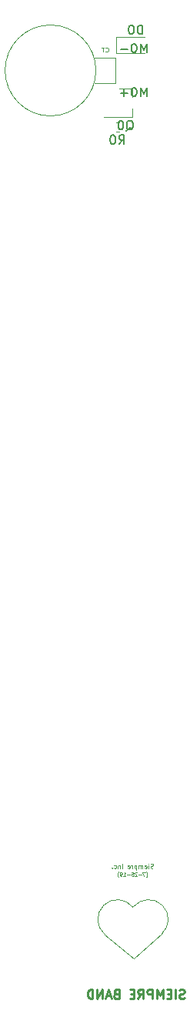
<source format=gbr>
G04 #@! TF.GenerationSoftware,KiCad,Pcbnew,(5.1.0)-1*
G04 #@! TF.CreationDate,2019-07-29T16:37:05-07:00*
G04 #@! TF.ProjectId,Watch V4,57617463-6820-4563-942e-6b696361645f,rev?*
G04 #@! TF.SameCoordinates,Original*
G04 #@! TF.FileFunction,Legend,Bot*
G04 #@! TF.FilePolarity,Positive*
%FSLAX46Y46*%
G04 Gerber Fmt 4.6, Leading zero omitted, Abs format (unit mm)*
G04 Created by KiCad (PCBNEW (5.1.0)-1) date 2019-07-29 16:37:05*
%MOMM*%
%LPD*%
G04 APERTURE LIST*
%ADD10C,0.120000*%
%ADD11C,0.100000*%
%ADD12C,0.125000*%
%ADD13C,0.250000*%
%ADD14C,0.150000*%
G04 APERTURE END LIST*
D10*
X153416000Y-157353000D02*
X150241000Y-154686000D01*
X156591000Y-154559000D02*
X153416000Y-157353000D01*
X156528411Y-154629266D02*
G75*
G03X153416001Y-151638001I-1461411J1594266D01*
G01*
X153338596Y-151698818D02*
G75*
G03X150241000Y-154686000I-1700596J-1336182D01*
G01*
D11*
X154793761Y-148415333D02*
X154812809Y-148396285D01*
X154850904Y-148339142D01*
X154869952Y-148301047D01*
X154889000Y-148243904D01*
X154908047Y-148148666D01*
X154908047Y-148072476D01*
X154889000Y-147977238D01*
X154869952Y-147920095D01*
X154850904Y-147882000D01*
X154812809Y-147824857D01*
X154793761Y-147805809D01*
X154679476Y-147862952D02*
X154412809Y-147862952D01*
X154584238Y-148262952D01*
X154260428Y-148110571D02*
X153955666Y-148110571D01*
X153784238Y-147901047D02*
X153765190Y-147882000D01*
X153727095Y-147862952D01*
X153631857Y-147862952D01*
X153593761Y-147882000D01*
X153574714Y-147901047D01*
X153555666Y-147939142D01*
X153555666Y-147977238D01*
X153574714Y-148034380D01*
X153803285Y-148262952D01*
X153555666Y-148262952D01*
X153193761Y-147862952D02*
X153384238Y-147862952D01*
X153403285Y-148053428D01*
X153384238Y-148034380D01*
X153346142Y-148015333D01*
X153250904Y-148015333D01*
X153212809Y-148034380D01*
X153193761Y-148053428D01*
X153174714Y-148091523D01*
X153174714Y-148186761D01*
X153193761Y-148224857D01*
X153212809Y-148243904D01*
X153250904Y-148262952D01*
X153346142Y-148262952D01*
X153384238Y-148243904D01*
X153403285Y-148224857D01*
X153003285Y-148110571D02*
X152698523Y-148110571D01*
X152298523Y-148262952D02*
X152527095Y-148262952D01*
X152412809Y-148262952D02*
X152412809Y-147862952D01*
X152450904Y-147920095D01*
X152489000Y-147958190D01*
X152527095Y-147977238D01*
X152108047Y-148262952D02*
X152031857Y-148262952D01*
X151993761Y-148243904D01*
X151974714Y-148224857D01*
X151936619Y-148167714D01*
X151917571Y-148091523D01*
X151917571Y-147939142D01*
X151936619Y-147901047D01*
X151955666Y-147882000D01*
X151993761Y-147862952D01*
X152069952Y-147862952D01*
X152108047Y-147882000D01*
X152127095Y-147901047D01*
X152146142Y-147939142D01*
X152146142Y-148034380D01*
X152127095Y-148072476D01*
X152108047Y-148091523D01*
X152069952Y-148110571D01*
X151993761Y-148110571D01*
X151955666Y-148091523D01*
X151936619Y-148072476D01*
X151917571Y-148034380D01*
X151784238Y-148415333D02*
X151765190Y-148396285D01*
X151727095Y-148339142D01*
X151708047Y-148301047D01*
X151689000Y-148243904D01*
X151669952Y-148148666D01*
X151669952Y-148072476D01*
X151689000Y-147977238D01*
X151708047Y-147920095D01*
X151727095Y-147882000D01*
X151765190Y-147824857D01*
X151784238Y-147805809D01*
D12*
X155562809Y-147395380D02*
X155491380Y-147419190D01*
X155372333Y-147419190D01*
X155324714Y-147395380D01*
X155300904Y-147371571D01*
X155277095Y-147323952D01*
X155277095Y-147276333D01*
X155300904Y-147228714D01*
X155324714Y-147204904D01*
X155372333Y-147181095D01*
X155467571Y-147157285D01*
X155515190Y-147133476D01*
X155539000Y-147109666D01*
X155562809Y-147062047D01*
X155562809Y-147014428D01*
X155539000Y-146966809D01*
X155515190Y-146943000D01*
X155467571Y-146919190D01*
X155348523Y-146919190D01*
X155277095Y-146943000D01*
X155062809Y-147419190D02*
X155062809Y-147085857D01*
X155062809Y-146919190D02*
X155086619Y-146943000D01*
X155062809Y-146966809D01*
X155039000Y-146943000D01*
X155062809Y-146919190D01*
X155062809Y-146966809D01*
X154634238Y-147395380D02*
X154681857Y-147419190D01*
X154777095Y-147419190D01*
X154824714Y-147395380D01*
X154848523Y-147347761D01*
X154848523Y-147157285D01*
X154824714Y-147109666D01*
X154777095Y-147085857D01*
X154681857Y-147085857D01*
X154634238Y-147109666D01*
X154610428Y-147157285D01*
X154610428Y-147204904D01*
X154848523Y-147252523D01*
X154396142Y-147419190D02*
X154396142Y-147085857D01*
X154396142Y-147133476D02*
X154372333Y-147109666D01*
X154324714Y-147085857D01*
X154253285Y-147085857D01*
X154205666Y-147109666D01*
X154181857Y-147157285D01*
X154181857Y-147419190D01*
X154181857Y-147157285D02*
X154158047Y-147109666D01*
X154110428Y-147085857D01*
X154039000Y-147085857D01*
X153991380Y-147109666D01*
X153967571Y-147157285D01*
X153967571Y-147419190D01*
X153729476Y-147085857D02*
X153729476Y-147585857D01*
X153729476Y-147109666D02*
X153681857Y-147085857D01*
X153586619Y-147085857D01*
X153539000Y-147109666D01*
X153515190Y-147133476D01*
X153491380Y-147181095D01*
X153491380Y-147323952D01*
X153515190Y-147371571D01*
X153539000Y-147395380D01*
X153586619Y-147419190D01*
X153681857Y-147419190D01*
X153729476Y-147395380D01*
X153277095Y-147419190D02*
X153277095Y-147085857D01*
X153277095Y-147181095D02*
X153253285Y-147133476D01*
X153229476Y-147109666D01*
X153181857Y-147085857D01*
X153134238Y-147085857D01*
X152777095Y-147395380D02*
X152824714Y-147419190D01*
X152919952Y-147419190D01*
X152967571Y-147395380D01*
X152991380Y-147347761D01*
X152991380Y-147157285D01*
X152967571Y-147109666D01*
X152919952Y-147085857D01*
X152824714Y-147085857D01*
X152777095Y-147109666D01*
X152753285Y-147157285D01*
X152753285Y-147204904D01*
X152991380Y-147252523D01*
X152158047Y-147419190D02*
X152158047Y-146919190D01*
X151919952Y-147085857D02*
X151919952Y-147419190D01*
X151919952Y-147133476D02*
X151896142Y-147109666D01*
X151848523Y-147085857D01*
X151777095Y-147085857D01*
X151729476Y-147109666D01*
X151705666Y-147157285D01*
X151705666Y-147419190D01*
X151253285Y-147395380D02*
X151300904Y-147419190D01*
X151396142Y-147419190D01*
X151443761Y-147395380D01*
X151467571Y-147371571D01*
X151491380Y-147323952D01*
X151491380Y-147181095D01*
X151467571Y-147133476D01*
X151443761Y-147109666D01*
X151396142Y-147085857D01*
X151300904Y-147085857D01*
X151253285Y-147109666D01*
X151039000Y-147371571D02*
X151015190Y-147395380D01*
X151039000Y-147419190D01*
X151062809Y-147395380D01*
X151039000Y-147371571D01*
X151039000Y-147419190D01*
D13*
X159003333Y-161694761D02*
X158860476Y-161742380D01*
X158622380Y-161742380D01*
X158527142Y-161694761D01*
X158479523Y-161647142D01*
X158431904Y-161551904D01*
X158431904Y-161456666D01*
X158479523Y-161361428D01*
X158527142Y-161313809D01*
X158622380Y-161266190D01*
X158812857Y-161218571D01*
X158908095Y-161170952D01*
X158955714Y-161123333D01*
X159003333Y-161028095D01*
X159003333Y-160932857D01*
X158955714Y-160837619D01*
X158908095Y-160790000D01*
X158812857Y-160742380D01*
X158574761Y-160742380D01*
X158431904Y-160790000D01*
X158003333Y-161742380D02*
X158003333Y-160742380D01*
X157527142Y-161218571D02*
X157193809Y-161218571D01*
X157050952Y-161742380D02*
X157527142Y-161742380D01*
X157527142Y-160742380D01*
X157050952Y-160742380D01*
X156622380Y-161742380D02*
X156622380Y-160742380D01*
X156289047Y-161456666D01*
X155955714Y-160742380D01*
X155955714Y-161742380D01*
X155479523Y-161742380D02*
X155479523Y-160742380D01*
X155098571Y-160742380D01*
X155003333Y-160790000D01*
X154955714Y-160837619D01*
X154908095Y-160932857D01*
X154908095Y-161075714D01*
X154955714Y-161170952D01*
X155003333Y-161218571D01*
X155098571Y-161266190D01*
X155479523Y-161266190D01*
X153908095Y-161742380D02*
X154241428Y-161266190D01*
X154479523Y-161742380D02*
X154479523Y-160742380D01*
X154098571Y-160742380D01*
X154003333Y-160790000D01*
X153955714Y-160837619D01*
X153908095Y-160932857D01*
X153908095Y-161075714D01*
X153955714Y-161170952D01*
X154003333Y-161218571D01*
X154098571Y-161266190D01*
X154479523Y-161266190D01*
X153479523Y-161218571D02*
X153146190Y-161218571D01*
X153003333Y-161742380D02*
X153479523Y-161742380D01*
X153479523Y-160742380D01*
X153003333Y-160742380D01*
X151479523Y-161218571D02*
X151336666Y-161266190D01*
X151289047Y-161313809D01*
X151241428Y-161409047D01*
X151241428Y-161551904D01*
X151289047Y-161647142D01*
X151336666Y-161694761D01*
X151431904Y-161742380D01*
X151812857Y-161742380D01*
X151812857Y-160742380D01*
X151479523Y-160742380D01*
X151384285Y-160790000D01*
X151336666Y-160837619D01*
X151289047Y-160932857D01*
X151289047Y-161028095D01*
X151336666Y-161123333D01*
X151384285Y-161170952D01*
X151479523Y-161218571D01*
X151812857Y-161218571D01*
X150860476Y-161456666D02*
X150384285Y-161456666D01*
X150955714Y-161742380D02*
X150622380Y-160742380D01*
X150289047Y-161742380D01*
X149955714Y-161742380D02*
X149955714Y-160742380D01*
X149384285Y-161742380D01*
X149384285Y-160742380D01*
X148908095Y-161742380D02*
X148908095Y-160742380D01*
X148670000Y-160742380D01*
X148527142Y-160790000D01*
X148431904Y-160885238D01*
X148384285Y-160980476D01*
X148336666Y-161170952D01*
X148336666Y-161313809D01*
X148384285Y-161504285D01*
X148431904Y-161599523D01*
X148527142Y-161694761D01*
X148670000Y-161742380D01*
X148908095Y-161742380D01*
D12*
X150327514Y-57607971D02*
X150351323Y-57631780D01*
X150422752Y-57655590D01*
X150470371Y-57655590D01*
X150541800Y-57631780D01*
X150589419Y-57584161D01*
X150613228Y-57536542D01*
X150637038Y-57441304D01*
X150637038Y-57369876D01*
X150613228Y-57274638D01*
X150589419Y-57227019D01*
X150541800Y-57179400D01*
X150470371Y-57155590D01*
X150422752Y-57155590D01*
X150351323Y-57179400D01*
X150327514Y-57203209D01*
X150184657Y-57155590D02*
X149898942Y-57155590D01*
X150041800Y-57655590D02*
X150041800Y-57155590D01*
D10*
X151384000Y-59690000D02*
X151384000Y-58293000D01*
X149272000Y-59690000D02*
G75*
G03X149272000Y-59690000I-5000000J0D01*
G01*
X151384000Y-58293000D02*
X149098000Y-58293000D01*
X151384000Y-59690000D02*
X151384000Y-61087000D01*
X151384000Y-61087000D02*
X149098000Y-61087000D01*
X151516000Y-57746000D02*
X151516000Y-56046000D01*
X151516000Y-56046000D02*
X154666000Y-56046000D01*
X151516000Y-57746000D02*
X154666000Y-57746000D01*
X151466733Y-66423000D02*
X151809267Y-66423000D01*
X151466733Y-65403000D02*
X151809267Y-65403000D01*
X153287000Y-61666000D02*
X153287000Y-62596000D01*
X153287000Y-64826000D02*
X153287000Y-63896000D01*
X153287000Y-64826000D02*
X150127000Y-64826000D01*
X153287000Y-61666000D02*
X151827000Y-61666000D01*
D14*
X154844571Y-62555380D02*
X154844571Y-61555380D01*
X154511238Y-62269666D01*
X154177904Y-61555380D01*
X154177904Y-62555380D01*
X153511238Y-61555380D02*
X153416000Y-61555380D01*
X153320761Y-61603000D01*
X153273142Y-61650619D01*
X153225523Y-61745857D01*
X153177904Y-61936333D01*
X153177904Y-62174428D01*
X153225523Y-62364904D01*
X153273142Y-62460142D01*
X153320761Y-62507761D01*
X153416000Y-62555380D01*
X153511238Y-62555380D01*
X153606476Y-62507761D01*
X153654095Y-62460142D01*
X153701714Y-62364904D01*
X153749333Y-62174428D01*
X153749333Y-61936333D01*
X153701714Y-61745857D01*
X153654095Y-61650619D01*
X153606476Y-61603000D01*
X153511238Y-61555380D01*
X152749333Y-62174428D02*
X151987428Y-62174428D01*
X152368380Y-62555380D02*
X152368380Y-61793476D01*
X154844571Y-57729380D02*
X154844571Y-56729380D01*
X154511238Y-57443666D01*
X154177904Y-56729380D01*
X154177904Y-57729380D01*
X153511238Y-56729380D02*
X153416000Y-56729380D01*
X153320761Y-56777000D01*
X153273142Y-56824619D01*
X153225523Y-56919857D01*
X153177904Y-57110333D01*
X153177904Y-57348428D01*
X153225523Y-57538904D01*
X153273142Y-57634142D01*
X153320761Y-57681761D01*
X153416000Y-57729380D01*
X153511238Y-57729380D01*
X153606476Y-57681761D01*
X153654095Y-57634142D01*
X153701714Y-57538904D01*
X153749333Y-57348428D01*
X153749333Y-57110333D01*
X153701714Y-56919857D01*
X153654095Y-56824619D01*
X153606476Y-56777000D01*
X153511238Y-56729380D01*
X152749333Y-57348428D02*
X151987428Y-57348428D01*
X154408095Y-55697380D02*
X154408095Y-54697380D01*
X154170000Y-54697380D01*
X154027142Y-54745000D01*
X153931904Y-54840238D01*
X153884285Y-54935476D01*
X153836666Y-55125952D01*
X153836666Y-55268809D01*
X153884285Y-55459285D01*
X153931904Y-55554523D01*
X154027142Y-55649761D01*
X154170000Y-55697380D01*
X154408095Y-55697380D01*
X153217619Y-54697380D02*
X153122380Y-54697380D01*
X153027142Y-54745000D01*
X152979523Y-54792619D01*
X152931904Y-54887857D01*
X152884285Y-55078333D01*
X152884285Y-55316428D01*
X152931904Y-55506904D01*
X152979523Y-55602142D01*
X153027142Y-55649761D01*
X153122380Y-55697380D01*
X153217619Y-55697380D01*
X153312857Y-55649761D01*
X153360476Y-55602142D01*
X153408095Y-55506904D01*
X153455714Y-55316428D01*
X153455714Y-55078333D01*
X153408095Y-54887857D01*
X153360476Y-54792619D01*
X153312857Y-54745000D01*
X153217619Y-54697380D01*
X151804666Y-67795380D02*
X152138000Y-67319190D01*
X152376095Y-67795380D02*
X152376095Y-66795380D01*
X151995142Y-66795380D01*
X151899904Y-66843000D01*
X151852285Y-66890619D01*
X151804666Y-66985857D01*
X151804666Y-67128714D01*
X151852285Y-67223952D01*
X151899904Y-67271571D01*
X151995142Y-67319190D01*
X152376095Y-67319190D01*
X151185619Y-66795380D02*
X151090380Y-66795380D01*
X150995142Y-66843000D01*
X150947523Y-66890619D01*
X150899904Y-66985857D01*
X150852285Y-67176333D01*
X150852285Y-67414428D01*
X150899904Y-67604904D01*
X150947523Y-67700142D01*
X150995142Y-67747761D01*
X151090380Y-67795380D01*
X151185619Y-67795380D01*
X151280857Y-67747761D01*
X151328476Y-67700142D01*
X151376095Y-67604904D01*
X151423714Y-67414428D01*
X151423714Y-67176333D01*
X151376095Y-66985857D01*
X151328476Y-66890619D01*
X151280857Y-66843000D01*
X151185619Y-66795380D01*
X152622238Y-66293619D02*
X152717476Y-66246000D01*
X152812714Y-66150761D01*
X152955571Y-66007904D01*
X153050809Y-65960285D01*
X153146047Y-65960285D01*
X153098428Y-66198380D02*
X153193666Y-66150761D01*
X153288904Y-66055523D01*
X153336523Y-65865047D01*
X153336523Y-65531714D01*
X153288904Y-65341238D01*
X153193666Y-65246000D01*
X153098428Y-65198380D01*
X152907952Y-65198380D01*
X152812714Y-65246000D01*
X152717476Y-65341238D01*
X152669857Y-65531714D01*
X152669857Y-65865047D01*
X152717476Y-66055523D01*
X152812714Y-66150761D01*
X152907952Y-66198380D01*
X153098428Y-66198380D01*
X152050809Y-65198380D02*
X151955571Y-65198380D01*
X151860333Y-65246000D01*
X151812714Y-65293619D01*
X151765095Y-65388857D01*
X151717476Y-65579333D01*
X151717476Y-65817428D01*
X151765095Y-66007904D01*
X151812714Y-66103142D01*
X151860333Y-66150761D01*
X151955571Y-66198380D01*
X152050809Y-66198380D01*
X152146047Y-66150761D01*
X152193666Y-66103142D01*
X152241285Y-66007904D01*
X152288904Y-65817428D01*
X152288904Y-65579333D01*
X152241285Y-65388857D01*
X152193666Y-65293619D01*
X152146047Y-65246000D01*
X152050809Y-65198380D01*
M02*

</source>
